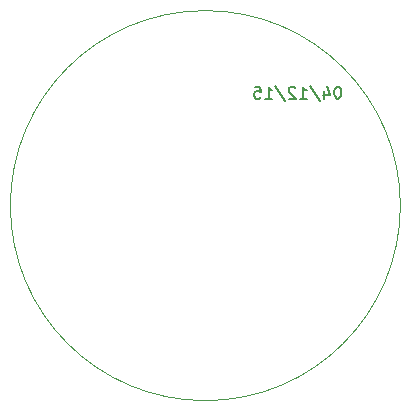
<source format=gbo>
G04 (created by PCBNEW (2013-07-07 BZR 4022)-stable) date 4/12/2015 11:00:48 PM*
%MOIN*%
G04 Gerber Fmt 3.4, Leading zero omitted, Abs format*
%FSLAX34Y34*%
G01*
G70*
G90*
G04 APERTURE LIST*
%ADD10C,0.00590551*%
%ADD11C,0.006*%
%ADD12C,0.00393701*%
G04 APERTURE END LIST*
G54D10*
G54D11*
X82432Y-48042D02*
X82395Y-48042D01*
X82358Y-48061D01*
X82339Y-48079D01*
X82321Y-48116D01*
X82302Y-48191D01*
X82302Y-48284D01*
X82321Y-48358D01*
X82339Y-48395D01*
X82358Y-48414D01*
X82395Y-48433D01*
X82432Y-48433D01*
X82469Y-48414D01*
X82488Y-48395D01*
X82507Y-48358D01*
X82525Y-48284D01*
X82525Y-48191D01*
X82507Y-48116D01*
X82488Y-48079D01*
X82469Y-48061D01*
X82432Y-48042D01*
X81967Y-48172D02*
X81967Y-48433D01*
X82060Y-48023D02*
X82153Y-48302D01*
X81911Y-48302D01*
X81484Y-48023D02*
X81818Y-48526D01*
X81149Y-48433D02*
X81372Y-48433D01*
X81260Y-48433D02*
X81260Y-48042D01*
X81298Y-48098D01*
X81335Y-48135D01*
X81372Y-48154D01*
X81000Y-48079D02*
X80982Y-48061D01*
X80944Y-48042D01*
X80851Y-48042D01*
X80814Y-48061D01*
X80796Y-48079D01*
X80777Y-48116D01*
X80777Y-48154D01*
X80796Y-48209D01*
X81019Y-48433D01*
X80777Y-48433D01*
X80331Y-48023D02*
X80665Y-48526D01*
X79996Y-48433D02*
X80219Y-48433D01*
X80107Y-48433D02*
X80107Y-48042D01*
X80145Y-48098D01*
X80182Y-48135D01*
X80219Y-48154D01*
X79642Y-48042D02*
X79828Y-48042D01*
X79847Y-48228D01*
X79828Y-48209D01*
X79791Y-48191D01*
X79698Y-48191D01*
X79661Y-48209D01*
X79642Y-48228D01*
X79624Y-48265D01*
X79624Y-48358D01*
X79642Y-48395D01*
X79661Y-48414D01*
X79698Y-48433D01*
X79791Y-48433D01*
X79828Y-48414D01*
X79847Y-48395D01*
G54D12*
X84500Y-52000D02*
G75*
G03X84500Y-52000I-6500J0D01*
G74*
G01*
M02*

</source>
